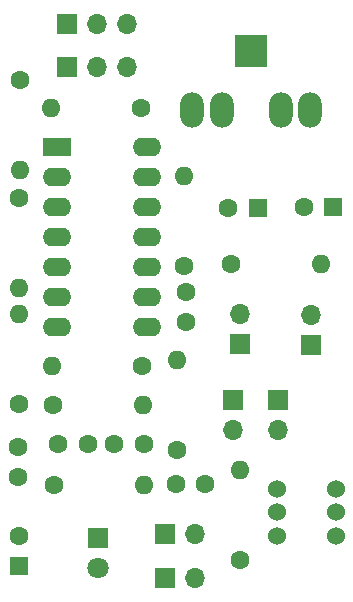
<source format=gts>
G04 #@! TF.GenerationSoftware,KiCad,Pcbnew,5.1.10-1.fc32*
G04 #@! TF.CreationDate,2021-07-07T18:30:05+05:30*
G04 #@! TF.ProjectId,BioAmp v1.5,42696f41-6d70-4207-9631-2e352e6b6963,v1.5.6*
G04 #@! TF.SameCoordinates,Original*
G04 #@! TF.FileFunction,Soldermask,Top*
G04 #@! TF.FilePolarity,Negative*
%FSLAX46Y46*%
G04 Gerber Fmt 4.6, Leading zero omitted, Abs format (unit mm)*
G04 Created by KiCad (PCBNEW 5.1.10-1.fc32) date 2021-07-07 18:30:05*
%MOMM*%
%LPD*%
G01*
G04 APERTURE LIST*
%ADD10C,1.524000*%
%ADD11O,1.700000X1.700000*%
%ADD12R,1.700000X1.700000*%
%ADD13C,1.600000*%
%ADD14R,1.600000X1.600000*%
%ADD15O,2.000000X3.000000*%
%ADD16R,2.704000X2.704000*%
%ADD17O,2.400000X1.600000*%
%ADD18R,2.400000X1.600000*%
%ADD19C,1.800000*%
%ADD20R,1.800000X1.800000*%
%ADD21O,1.600000X1.600000*%
G04 APERTURE END LIST*
D10*
X153643400Y-115989400D03*
X153643400Y-113989400D03*
X153643400Y-111989400D03*
X148643400Y-115989400D03*
X148643400Y-113989400D03*
X148643400Y-111989400D03*
D11*
X141712000Y-119523800D03*
D12*
X139172000Y-119523800D03*
D13*
X140101000Y-111599000D03*
X142601000Y-111599000D03*
X150946800Y-88104000D03*
D14*
X153446800Y-88104000D03*
D13*
X144546000Y-88231000D03*
D14*
X147046000Y-88231000D03*
D12*
X144963200Y-104443800D03*
D11*
X144963200Y-106983800D03*
D15*
X149000000Y-79950000D03*
X144000000Y-79950000D03*
X151500000Y-79950000D03*
X141500000Y-79950000D03*
D16*
X146500000Y-74950000D03*
D17*
X137648000Y-83024000D03*
X130028000Y-98264000D03*
X137648000Y-85564000D03*
X130028000Y-95724000D03*
X137648000Y-88104000D03*
X130028000Y-93184000D03*
X137648000Y-90644000D03*
X130028000Y-90644000D03*
X137648000Y-93184000D03*
X130028000Y-88104000D03*
X137648000Y-95724000D03*
X130028000Y-85564000D03*
X137648000Y-98264000D03*
D18*
X130028000Y-83024000D03*
D12*
X148773200Y-104468800D03*
D11*
X148773200Y-107008800D03*
D19*
X133482400Y-118736400D03*
D20*
X133482400Y-116196400D03*
D21*
X137419400Y-111649800D03*
D13*
X129799400Y-111649800D03*
X126827600Y-116033200D03*
D14*
X126827600Y-118533200D03*
D11*
X135980000Y-76275000D03*
X133440000Y-76275000D03*
D12*
X130900000Y-76275000D03*
X130875000Y-72650000D03*
D11*
X133415000Y-72650000D03*
X135955000Y-72650000D03*
D21*
X129630000Y-101575000D03*
D13*
X137250000Y-101575000D03*
D21*
X137295000Y-104925000D03*
D13*
X129675000Y-104925000D03*
X126726000Y-108464000D03*
X126726000Y-110964000D03*
D12*
X139164400Y-115835000D03*
D11*
X141704400Y-115835000D03*
D21*
X140188000Y-101058000D03*
D13*
X140188000Y-108678000D03*
D21*
X140775000Y-85480000D03*
D13*
X140775000Y-93100000D03*
D21*
X145496600Y-110405200D03*
D13*
X145496600Y-118025200D03*
D21*
X129545400Y-79798200D03*
D13*
X137165400Y-79798200D03*
D21*
X126850000Y-97205000D03*
D13*
X126850000Y-104825000D03*
D21*
X126875000Y-85020000D03*
D13*
X126875000Y-77400000D03*
D21*
X152430800Y-93006200D03*
D13*
X144810800Y-93006200D03*
D21*
X126853000Y-94962000D03*
D13*
X126853000Y-87342000D03*
D11*
X145572800Y-97222600D03*
D12*
X145572800Y-99762600D03*
D11*
X151516400Y-97248000D03*
D12*
X151516400Y-99788000D03*
D13*
X137394000Y-108170000D03*
X134894000Y-108170000D03*
X132644200Y-108170000D03*
X130144200Y-108170000D03*
X140924600Y-97843000D03*
X140924600Y-95343000D03*
M02*

</source>
